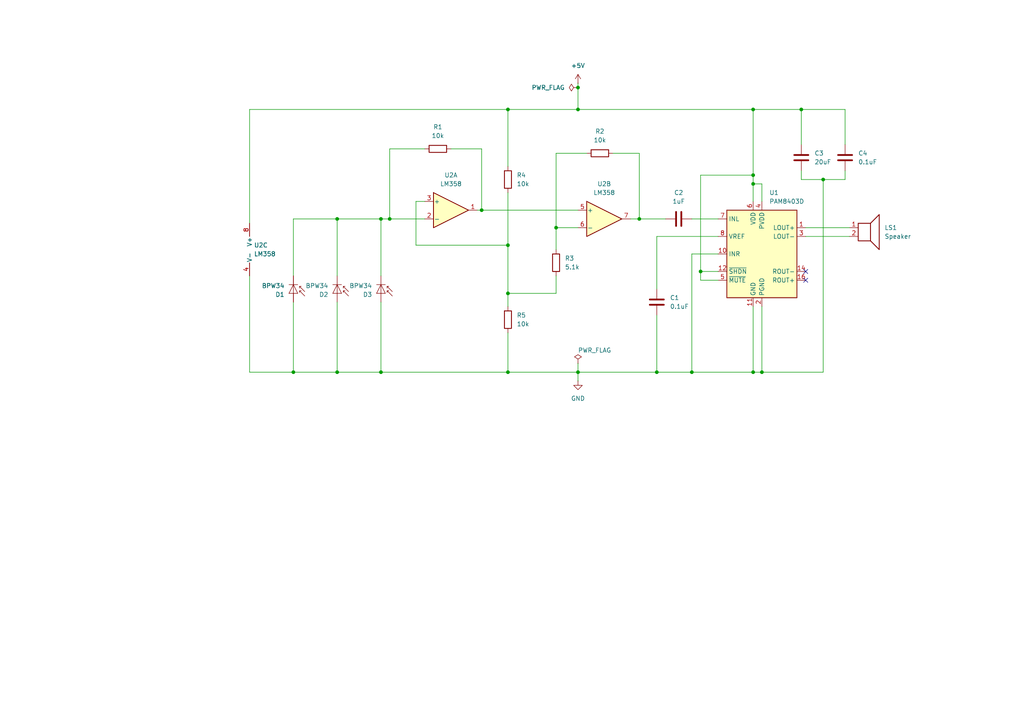
<source format=kicad_sch>
(kicad_sch (version 20250114) (generator "eeschema") (generator_version "9.0")
  (paper "A4")
  (lib_symbols
    (symbol "Amplifier_Audio:PAM8403D"
      (property "Reference" "U" (at 1.27 16.51 0))
      (property "Value" "PAM8403D" (at 6.096 14.224 0))
      (symbol "PAM8403D_0_1"
        (rectangle (start -10.16 12.7) (end 10.16 -12.7) (stroke (width 0.254)) (fill (type background)))
      )
      (symbol "PAM8403D_1_1"
        (pin input line (at -12.7 10.16 0) (length 2.54) (name "INL") (number "7"))
        (pin input line (at -12.7 5.08 0) (length 2.54) (name "VREF") (number "8"))
        (pin input line (at -12.7 0 0) (length 2.54) (name "INR") (number "10"))
        (pin input line (at -12.7 -5.08 0) (length 2.54) (name "~{SHDN}") (number "12"))
        (pin input line (at -12.7 -7.62 0) (length 2.54) (name "~{MUTE}") (number "5"))
        (pin power_in line (at -2.54 15.24 270) (length 2.54) (name "VDD") (number "6"))
        (pin power_in line (at -2.54 -15.24 90) (length 2.54) (name "GND") (number "11"))
        (pin passive line (at 0 15.24 270) (length 2.54) (hide yes) (name "PVDD") (number "13"))
        (pin power_in line (at 0 15.24 270) (length 2.54) (name "PVDD") (number "4"))
        (pin passive line (at 0 -15.24 90) (length 2.54) (hide yes) (name "PGND") (number "15"))
        (pin power_in line (at 0 -15.24 90) (length 2.54) (name "PGND") (number "2"))
        (pin no_connect line (at 10.16 -10.16 180) (length 2.54) (hide yes) (name "NC") (number "9"))
        (pin output line (at 12.7 7.62 180) (length 2.54) (name "LOUT+") (number "1"))
        (pin output line (at 12.7 5.08 180) (length 2.54) (name "LOUT-") (number "3"))
        (pin output line (at 12.7 -5.08 180) (length 2.54) (name "ROUT-") (number "14"))
        (pin output line (at 12.7 -7.62 180) (length 2.54) (name "ROUT+") (number "16"))
      )
    )
    (symbol "Amplifier_Operational:LM358" (pin_names (offset 0.127))
      (property "Reference" "U" (at 0 5.08 0))
      (property "Value" "LM358" (at 0 -5.08 0))
      (symbol "LM358_1_1"
        (polyline (pts (xy -5.08 5.08) (xy 5.08 0) (xy -5.08 -5.08) (xy -5.08 5.08)) (stroke (width 0.254)) (fill (type background)))
        (pin input line (at -7.62 2.54 0) (length 2.54) (name "+") (number "3"))
        (pin input line (at -7.62 -2.54 0) (length 2.54) (name "-") (number "2"))
        (pin output line (at 7.62 0 180) (length 2.54) (name "~") (number "1"))
      )
      (symbol "LM358_2_1"
        (polyline (pts (xy -5.08 5.08) (xy 5.08 0) (xy -5.08 -5.08) (xy -5.08 5.08)) (stroke (width 0.254)) (fill (type background)))
        (pin input line (at -7.62 2.54 0) (length 2.54) (name "+") (number "5"))
        (pin input line (at -7.62 -2.54 0) (length 2.54) (name "-") (number "6"))
        (pin output line (at 7.62 0 180) (length 2.54) (name "~") (number "7"))
      )
      (symbol "LM358_3_1"
        (pin power_in line (at -2.54 7.62 270) (length 3.81) (name "V+") (number "8"))
        (pin power_in line (at -2.54 -7.62 90) (length 3.81) (name "V-") (number "4"))
      )
    )
    (symbol "Device:C" (pin_numbers (hide yes)) (pin_names (offset 0.254))
      (property "Reference" "C" (at 0.635 2.54 0))
      (property "Value" "C" (at 0.635 -2.54 0))
      (symbol "C_0_1"
        (polyline (pts (xy -2.032 0.762) (xy 2.032 0.762)) (stroke (width 0.508)))
        (polyline (pts (xy -2.032 -0.762) (xy 2.032 -0.762)) (stroke (width 0.508)))
      )
      (symbol "C_1_1"
        (pin passive line (at 0 3.81 270) (length 2.794) (name "~") (number "1"))
        (pin passive line (at 0 -3.81 90) (length 2.794) (name "~") (number "2"))
      )
    )
    (symbol "Device:R" (pin_numbers (hide yes)) (pin_names (offset 0))
      (property "Reference" "R" (at 2.032 0 90))
      (property "Value" "R" (at 0 0 90))
      (symbol "R_0_1"
        (rectangle (start -1.016 -2.54) (end 1.016 2.54) (stroke (width 0.254)))
      )
      (symbol "R_1_1"
        (pin passive line (at 0 3.81 270) (length 1.27) (name "~") (number "1"))
        (pin passive line (at 0 -3.81 90) (length 1.27) (name "~") (number "2"))
      )
    )
    (symbol "Device:Speaker" (pin_names (offset 0) (hide yes))
      (property "Reference" "LS" (at 1.27 5.715 0))
      (property "Value" "Speaker" (at 1.27 3.81 0))
      (symbol "Speaker_0_0"
        (rectangle (start -2.54 1.27) (end 1.016 -3.81) (stroke (width 0.254)))
        (polyline (pts (xy 1.016 1.27) (xy 3.556 3.81) (xy 3.556 -6.35) (xy 1.016 -3.81)) (stroke (width 0.254)))
      )
      (symbol "Speaker_1_1"
        (pin input line (at -5.08 0 0) (length 2.54) (name "1") (number "1"))
        (pin input line (at -5.08 -2.54 0) (length 2.54) (name "2") (number "2"))
      )
    )
    (symbol "Sensor_Optical:BPW34" (pin_numbers (hide yes)) (pin_names (offset 1.016) (hide yes))
      (property "Reference" "D" (at 0.508 1.778 0))
      (property "Value" "BPW34" (at -1.016 -2.794 0))
      (symbol "BPW34_0_1"
        (polyline (pts (xy -2.54 1.27) (xy -2.54 -1.27)) (stroke (width 0.1524)))
        (polyline (pts (xy -2.032 1.778) (xy -1.524 1.778)))
        (polyline (pts (xy -0.508 3.302) (xy -2.032 1.778) (xy -2.032 2.286)))
        (polyline (pts (xy 0 1.27) (xy -2.54 0) (xy 0 -1.27)))
        (polyline (pts (xy 0 0) (xy -2.54 0)))
        (polyline (pts (xy 0 -1.27) (xy 0 1.27)))
        (polyline (pts (xy 0.762 3.302) (xy -0.762 1.778) (xy -0.762 2.286) (xy -0.762 1.778) (xy -0.254 1.778)))
      )
      (symbol "BPW34_1_1"
        (pin passive line (at -5.08 0 0) (length 2.54) (name "K") (number "1"))
        (pin passive line (at 2.54 0 180) (length 2.54) (name "A") (number "2"))
      )
    )
    (symbol "power:+5V" (power) (pin_numbers (hide yes)) (pin_names (offset 0) (hide yes))
      (property "Value" "+5V" (at 0 3.556 0))
      (symbol "+5V_0_1"
        (polyline (pts (xy -0.762 1.27) (xy 0 2.54)))
        (polyline (pts (xy 0 2.54) (xy 0.762 1.27)))
        (polyline (pts (xy 0 0) (xy 0 2.54)))
      )
      (symbol "+5V_1_1"
        (pin power_in line (at 0 0 90) (length 0) (name "~") (number "1"))
      )
    )
    (symbol "power:GND" (power) (pin_numbers (hide yes)) (pin_names (offset 0) (hide yes))
      (property "Value" "GND" (at 0 -3.81 0))
      (symbol "GND_0_1"
        (polyline (pts (xy 0 0) (xy 0 -1.27) (xy 1.27 -1.27) (xy 0 -2.54) (xy -1.27 -1.27) (xy 0 -1.27)))
      )
      (symbol "GND_1_1"
        (pin power_in line (at 0 0 270) (length 0) (name "~") (number "1"))
      )
    )
    (symbol "power:PWR_FLAG" (power) (pin_numbers (hide yes)) (pin_names (offset 0) (hide yes))
      (property "Value" "PWR_FLAG" (at 0 3.81 0))
      (symbol "PWR_FLAG_0_0"
        (pin power_out line (at 0 0 90) (length 0) (name "~") (number "1"))
      )
      (symbol "PWR_FLAG_0_1"
        (polyline (pts (xy 0 0) (xy 0 1.27) (xy -1.016 1.905) (xy 0 2.54) (xy 1.016 1.905) (xy 0 1.27)))
      )
    )
  )
  (junction (at 218.44 50.8))
  (junction (at 161.29 66.04))
  (junction (at 147.32 107.95))
  (junction (at 147.32 85.09))
  (junction (at 167.64 25.4))
  (junction (at 110.49 107.95))
  (junction (at 200.66 107.95))
  (junction (at 147.32 71.12))
  (junction (at 190.5 107.95))
  (junction (at 167.64 107.95))
  (junction (at 147.32 31.75))
  (junction (at 218.44 53.34))
  (junction (at 167.64 31.75))
  (junction (at 97.79 63.5))
  (junction (at 218.44 107.95))
  (junction (at 110.49 63.5))
  (junction (at 113.03 63.5))
  (junction (at 232.41 31.75))
  (junction (at 185.42 63.5))
  (junction (at 139.7 60.96))
  (junction (at 218.44 31.75))
  (junction (at 97.79 107.95))
  (junction (at 85.09 107.95))
  (junction (at 220.98 107.95))
  (junction (at 203.2 78.74))
  (junction (at 238.76 52.07))
  (no_connect (at 233.68 81.28))
  (no_connect (at 233.68 78.74))
  (wire (pts (xy 218.44 88.9) (xy 218.44 107.95)))
  (wire (pts (xy 233.68 66.04) (xy 246.38 66.04)))
  (wire (pts (xy 139.7 60.96) (xy 167.64 60.96)))
  (wire (pts (xy 167.64 107.95) (xy 190.5 107.95)))
  (wire (pts (xy 220.98 53.34) (xy 218.44 53.34)))
  (wire (pts (xy 208.28 68.58) (xy 190.5 68.58)))
  (wire (pts (xy 190.5 107.95) (xy 200.66 107.95)))
  (wire (pts (xy 245.11 41.91) (xy 245.11 31.75)))
  (wire (pts (xy 203.2 50.8) (xy 203.2 78.74)))
  (wire (pts (xy 72.39 31.75) (xy 147.32 31.75)))
  (wire (pts (xy 147.32 71.12) (xy 147.32 85.09)))
  (wire (pts (xy 139.7 60.96) (xy 138.43 60.96)))
  (wire (pts (xy 161.29 44.45) (xy 170.18 44.45)))
  (wire (pts (xy 200.66 63.5) (xy 208.28 63.5)))
  (wire (pts (xy 203.2 50.8) (xy 218.44 50.8)))
  (wire (pts (xy 85.09 63.5) (xy 85.09 80.01)))
  (wire (pts (xy 72.39 80.01) (xy 72.39 107.95)))
  (wire (pts (xy 208.28 73.66) (xy 200.66 73.66)))
  (wire (pts (xy 233.68 68.58) (xy 246.38 68.58)))
  (wire (pts (xy 147.32 107.95) (xy 167.64 107.95)))
  (wire (pts (xy 232.41 31.75) (xy 218.44 31.75)))
  (wire (pts (xy 182.88 63.5) (xy 185.42 63.5)))
  (wire (pts (xy 167.64 24.13) (xy 167.64 25.4)))
  (wire (pts (xy 218.44 53.34) (xy 218.44 58.42)))
  (wire (pts (xy 220.98 88.9) (xy 220.98 107.95)))
  (wire (pts (xy 147.32 31.75) (xy 147.32 48.26)))
  (wire (pts (xy 130.81 43.18) (xy 139.7 43.18)))
  (wire (pts (xy 167.64 25.4) (xy 167.64 31.75)))
  (wire (pts (xy 120.65 58.42) (xy 120.65 71.12)))
  (wire (pts (xy 200.66 107.95) (xy 218.44 107.95)))
  (wire (pts (xy 139.7 43.18) (xy 139.7 60.96)))
  (wire (pts (xy 110.49 63.5) (xy 110.49 80.01)))
  (wire (pts (xy 218.44 31.75) (xy 218.44 50.8)))
  (wire (pts (xy 203.2 78.74) (xy 203.2 81.28)))
  (wire (pts (xy 113.03 63.5) (xy 113.03 43.18)))
  (wire (pts (xy 232.41 49.53) (xy 232.41 52.07)))
  (wire (pts (xy 238.76 107.95) (xy 220.98 107.95)))
  (wire (pts (xy 218.44 50.8) (xy 218.44 53.34)))
  (wire (pts (xy 208.28 78.74) (xy 203.2 78.74)))
  (wire (pts (xy 123.19 58.42) (xy 120.65 58.42)))
  (wire (pts (xy 161.29 44.45) (xy 161.29 66.04)))
  (wire (pts (xy 185.42 63.5) (xy 193.04 63.5)))
  (wire (pts (xy 72.39 64.77) (xy 72.39 31.75)))
  (wire (pts (xy 97.79 87.63) (xy 97.79 107.95)))
  (wire (pts (xy 167.64 110.49) (xy 167.64 107.95)))
  (wire (pts (xy 220.98 58.42) (xy 220.98 53.34)))
  (wire (pts (xy 190.5 91.44) (xy 190.5 107.95)))
  (wire (pts (xy 238.76 52.07) (xy 238.76 107.95)))
  (wire (pts (xy 167.64 105.41) (xy 167.64 107.95)))
  (wire (pts (xy 120.65 71.12) (xy 147.32 71.12)))
  (wire (pts (xy 185.42 44.45) (xy 185.42 63.5)))
  (wire (pts (xy 245.11 31.75) (xy 232.41 31.75)))
  (wire (pts (xy 147.32 31.75) (xy 167.64 31.75)))
  (wire (pts (xy 208.28 81.28) (xy 203.2 81.28)))
  (wire (pts (xy 161.29 85.09) (xy 147.32 85.09)))
  (wire (pts (xy 218.44 107.95) (xy 220.98 107.95)))
  (wire (pts (xy 72.39 107.95) (xy 85.09 107.95)))
  (wire (pts (xy 161.29 66.04) (xy 161.29 72.39)))
  (wire (pts (xy 147.32 85.09) (xy 147.32 88.9)))
  (wire (pts (xy 97.79 107.95) (xy 110.49 107.95)))
  (wire (pts (xy 110.49 107.95) (xy 147.32 107.95)))
  (wire (pts (xy 113.03 43.18) (xy 123.19 43.18)))
  (wire (pts (xy 185.42 44.45) (xy 177.8 44.45)))
  (wire (pts (xy 161.29 66.04) (xy 167.64 66.04)))
  (wire (pts (xy 97.79 63.5) (xy 110.49 63.5)))
  (wire (pts (xy 147.32 96.52) (xy 147.32 107.95)))
  (wire (pts (xy 147.32 55.88) (xy 147.32 71.12)))
  (wire (pts (xy 190.5 68.58) (xy 190.5 83.82)))
  (wire (pts (xy 200.66 73.66) (xy 200.66 107.95)))
  (wire (pts (xy 232.41 52.07) (xy 238.76 52.07)))
  (wire (pts (xy 97.79 63.5) (xy 97.79 80.01)))
  (wire (pts (xy 85.09 87.63) (xy 85.09 107.95)))
  (wire (pts (xy 85.09 107.95) (xy 97.79 107.95)))
  (wire (pts (xy 161.29 80.01) (xy 161.29 85.09)))
  (wire (pts (xy 232.41 41.91) (xy 232.41 31.75)))
  (wire (pts (xy 167.64 31.75) (xy 218.44 31.75)))
  (wire (pts (xy 110.49 87.63) (xy 110.49 107.95)))
  (wire (pts (xy 113.03 63.5) (xy 123.19 63.5)))
  (wire (pts (xy 238.76 52.07) (xy 245.11 52.07)))
  (wire (pts (xy 85.09 63.5) (xy 97.79 63.5)))
  (wire (pts (xy 245.11 52.07) (xy 245.11 49.53)))
  (wire (pts (xy 110.49 63.5) (xy 113.03 63.5)))
  (symbol (lib_id "Device:R") (at 173.99 44.45 90) (unit 1)
    (property "Reference" "R2" (at 173.99 38.1 90))
    (property "Value" "10k" (at 173.99 40.64 90))
    (property "Footprint" "Resistor_THT:R_Axial_DIN0207_L6.3mm_D2.5mm_P10.16mm_Horizontal" (effects (hide yes)))
    (property "Description" "Resistor" (effects (hide yes)))
  )
  (symbol (lib_id "Sensor_Optical:BPW34") (at 85.09 85.09 270) (unit 1)
    (property "Reference" "D1" (at 82.55 85.433 90) (effects (justify right)))
    (property "Value" "BPW34" (at 82.55 82.893 90) (effects (justify right)))
    (property "Footprint" "OptoDevice:Osram_DIL2_4.3x4.65mm_P5.08mm" (effects (hide yes)))
    (property "Datasheet" "http://www.vishay.com/docs/81521/bpw34.pdf" (effects (hide yes)))
    (property "Description" "Silicon PIN Photodiode" (effects (hide yes)))
  )
  (symbol (lib_id "Amplifier_Operational:LM358") (at 74.93 72.39 0) (unit 3)
    (property "Reference" "U2" (at 73.66 71.1199 0) (effects (justify left)))
    (property "Value" "LM358" (at 73.66 73.6599 0) (effects (justify left)))
    (property "Footprint" "Package_DIP:DIP-8_W7.62mm" (effects (hide yes)))
    (property "Datasheet" "http://www.ti.com/lit/ds/symlink/lm2904-n.pdf" (effects (hide yes)))
    (property "Description" "Low-Power, Dual Operational Amplifiers, DIP-8/SOIC-8/TO-99-8" (effects (hide yes)))
  )
  (symbol (lib_id "power:GND") (at 167.64 110.49 0) (unit 1)
    (property "Reference" "#PWR02" (effects (hide yes)))
    (property "Value" "GND" (at 167.64 115.57 0))
    (property "Description" "Power symbol creates a global label with name \"GND\" , ground" (effects (hide yes)))
  )
  (symbol (lib_id "power:PWR_FLAG") (at 167.64 25.4 90) (unit 1)
    (property "Reference" "#FLG01" (effects (hide yes)))
    (property "Value" "PWR_FLAG" (at 163.83 25.3999 90) (effects (justify left)))
    (property "Description" "Special symbol for telling ERC where power comes from" (effects (hide yes)))
  )
  (symbol (lib_id "Sensor_Optical:BPW34") (at 97.79 85.09 270) (unit 1)
    (property "Reference" "D2" (at 95.25 85.433 90) (effects (justify right)))
    (property "Value" "BPW34" (at 95.25 82.893 90) (effects (justify right)))
    (property "Footprint" "OptoDevice:Osram_DIL2_4.3x4.65mm_P5.08mm" (effects (hide yes)))
    (property "Datasheet" "http://www.vishay.com/docs/81521/bpw34.pdf" (effects (hide yes)))
    (property "Description" "Silicon PIN Photodiode" (effects (hide yes)))
  )
  (symbol (lib_id "power:PWR_FLAG") (at 167.64 105.41 0) (unit 1)
    (property "Reference" "#FLG02" (effects (hide yes)))
    (property "Value" "PWR_FLAG" (at 167.6399 101.6 0) (effects (justify left)))
    (property "Description" "Special symbol for telling ERC where power comes from" (effects (hide yes)))
  )
  (symbol (lib_id "Amplifier_Operational:LM358") (at 175.26 63.5 0) (unit 2)
    (property "Reference" "U2" (at 175.26 53.34 0))
    (property "Value" "LM358" (at 175.26 55.88 0))
    (property "Footprint" "Package_DIP:DIP-8_W7.62mm" (effects (hide yes)))
    (property "Datasheet" "http://www.ti.com/lit/ds/symlink/lm2904-n.pdf" (effects (hide yes)))
    (property "Description" "Low-Power, Dual Operational Amplifiers, DIP-8/SOIC-8/TO-99-8" (effects (hide yes)))
  )
  (symbol (lib_id "power:+5V") (at 167.64 24.13 0) (unit 1)
    (property "Reference" "#PWR03" (effects (hide yes)))
    (property "Value" "+5V" (at 167.64 19.05 0))
    (property "Description" "Power symbol creates a global label with name \"+5V\"" (effects (hide yes)))
  )
  (symbol (lib_id "Device:R") (at 161.29 76.2 180) (unit 1)
    (property "Reference" "R3" (at 163.83 74.9299 0) (effects (justify right)))
    (property "Value" "5.1k" (at 163.83 77.4699 0) (effects (justify right)))
    (property "Footprint" "Resistor_THT:R_Axial_DIN0207_L6.3mm_D2.5mm_P10.16mm_Horizontal" (effects (hide yes)))
    (property "Description" "Resistor" (effects (hide yes)))
  )
  (symbol (lib_id "Device:C") (at 245.11 45.72 0) (unit 1)
    (property "Reference" "C4" (at 248.92 44.4499 0) (effects (justify left)))
    (property "Value" "0.1uF" (at 248.92 46.9899 0) (effects (justify left)))
    (property "Footprint" "Capacitor_THT:C_Disc_D4.7mm_W2.5mm_P5.00mm" (effects (hide yes)))
    (property "Description" "Unpolarized capacitor" (effects (hide yes)))
  )
  (symbol (lib_id "Sensor_Optical:BPW34") (at 110.49 85.09 270) (unit 1)
    (property "Reference" "D3" (at 107.95 85.433 90) (effects (justify right)))
    (property "Value" "BPW34" (at 107.95 82.893 90) (effects (justify right)))
    (property "Footprint" "OptoDevice:Osram_DIL2_4.3x4.65mm_P5.08mm" (effects (hide yes)))
    (property "Datasheet" "http://www.vishay.com/docs/81521/bpw34.pdf" (effects (hide yes)))
    (property "Description" "Silicon PIN Photodiode" (effects (hide yes)))
  )
  (symbol (lib_id "Device:R") (at 147.32 92.71 0) (unit 1)
    (property "Reference" "R5" (at 149.86 91.4399 0) (effects (justify left)))
    (property "Value" "10k" (at 149.86 93.9799 0) (effects (justify left)))
    (property "Footprint" "Resistor_THT:R_Axial_DIN0207_L6.3mm_D2.5mm_P10.16mm_Horizontal" (effects (hide yes)))
    (property "Description" "Resistor" (effects (hide yes)))
  )
  (symbol (lib_id "Device:R") (at 127 43.18 90) (unit 1)
    (property "Reference" "R1" (at 127 36.83 90))
    (property "Value" "10k" (at 127 39.37 90))
    (property "Footprint" "Resistor_THT:R_Axial_DIN0207_L6.3mm_D2.5mm_P10.16mm_Horizontal" (effects (hide yes)))
    (property "Description" "Resistor" (effects (hide yes)))
  )
  (symbol (lib_id "Device:C") (at 232.41 45.72 0) (unit 1)
    (property "Reference" "C3" (at 236.22 44.4499 0) (effects (justify left)))
    (property "Value" "20uF" (at 236.22 46.9899 0) (effects (justify left)))
    (property "Footprint" "Capacitor_THT:CP_Radial_D5.0mm_P2.50mm" (effects (hide yes)))
    (property "Description" "Unpolarized capacitor" (effects (hide yes)))
  )
  (symbol (lib_id "Device:C") (at 196.85 63.5 90) (unit 1)
    (property "Reference" "C2" (at 196.85 55.88 90))
    (property "Value" "1uF" (at 196.85 58.42 90))
    (property "Footprint" "Capacitor_THT:CP_Radial_D4.0mm_P1.50mm" (effects (hide yes)))
    (property "Description" "Unpolarized capacitor" (effects (hide yes)))
  )
  (symbol (lib_id "Device:Speaker") (at 251.46 66.04 0) (unit 1)
    (property "Reference" "LS1" (at 256.54 66.0399 0) (effects (justify left)))
    (property "Value" "Speaker" (at 256.54 68.5799 0) (effects (justify left)))
    (property "Footprint" "Connector_PinHeader_2.54mm:PinHeader_1x02_P2.54mm_Vertical" (effects (hide yes)))
    (property "Description" "Speaker" (effects (hide yes)))
  )
  (symbol (lib_id "Amplifier_Audio:PAM8403D") (at 220.98 73.66 0) (unit 1)
    (property "Reference" "U1" (at 223.1233 55.88 0) (effects (justify left)))
    (property "Value" "PAM8403D" (at 223.1233 58.42 0) (effects (justify left)))
    (property "Footprint" "Package_SO:SOIC-16_3.9x9.9mm_P1.27mm" (effects (hide yes)))
    (property "Datasheet" "https://www.diodes.com/assets/Datasheets/products_inactive_data/PAM8403.pdf" (effects (hide yes)))
    (property "Description" "3W Filterless Class-D Stereo Audio Amplifier, SOIC-16" (effects (hide yes)))
  )
  (symbol (lib_id "Amplifier_Operational:LM358") (at 130.81 60.96 0) (unit 1)
    (property "Reference" "U2" (at 130.81 50.8 0))
    (property "Value" "LM358" (at 130.81 53.34 0))
    (property "Footprint" "Package_DIP:DIP-8_W7.62mm" (effects (hide yes)))
    (property "Datasheet" "http://www.ti.com/lit/ds/symlink/lm2904-n.pdf" (effects (hide yes)))
    (property "Description" "Low-Power, Dual Operational Amplifiers, DIP-8/SOIC-8/TO-99-8" (effects (hide yes)))
  )
  (symbol (lib_id "Device:R") (at 147.32 52.07 0) (unit 1)
    (property "Reference" "R4" (at 149.86 50.7999 0) (effects (justify left)))
    (property "Value" "10k" (at 149.86 53.3399 0) (effects (justify left)))
    (property "Footprint" "Resistor_THT:R_Axial_DIN0207_L6.3mm_D2.5mm_P10.16mm_Horizontal" (effects (hide yes)))
    (property "Description" "Resistor" (effects (hide yes)))
  )
  (symbol (lib_id "Device:C") (at 190.5 87.63 0) (unit 1)
    (property "Reference" "C1" (at 194.31 86.3599 0) (effects (justify left)))
    (property "Value" "0.1uF" (at 194.31 88.8999 0) (effects (justify left)))
    (property "Footprint" "Capacitor_THT:C_Disc_D4.7mm_W2.5mm_P5.00mm" (effects (hide yes)))
    (property "Description" "Unpolarized capacitor" (effects (hide yes)))
  )
)
</source>
